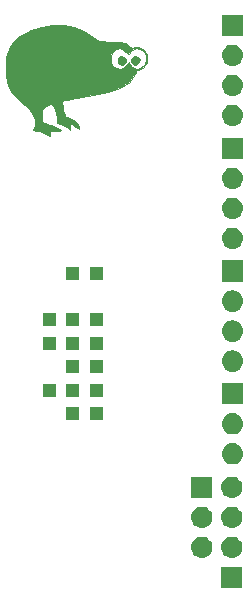
<source format=gbr>
G04 #@! TF.GenerationSoftware,KiCad,Pcbnew,(5.1.2)-2*
G04 #@! TF.CreationDate,2019-07-21T14:50:26+02:00*
G04 #@! TF.ProjectId,ATM32U4_backpack,41544d33-3255-4345-9f62-61636b706163,rev?*
G04 #@! TF.SameCoordinates,Original*
G04 #@! TF.FileFunction,Soldermask,Bot*
G04 #@! TF.FilePolarity,Negative*
%FSLAX46Y46*%
G04 Gerber Fmt 4.6, Leading zero omitted, Abs format (unit mm)*
G04 Created by KiCad (PCBNEW (5.1.2)-2) date 2019-07-21 14:50:26*
%MOMM*%
%LPD*%
G04 APERTURE LIST*
%ADD10C,0.010000*%
%ADD11C,0.100000*%
G04 APERTURE END LIST*
D10*
G36*
X36812081Y-71512640D02*
G01*
X35866183Y-71825473D01*
X35582103Y-71950277D01*
X34938274Y-72313902D01*
X34436729Y-72747037D01*
X34058545Y-73267376D01*
X33950895Y-73475333D01*
X33857421Y-73687867D01*
X33794816Y-73883714D01*
X33757001Y-74105008D01*
X33737894Y-74393888D01*
X33731417Y-74792488D01*
X33731000Y-74999333D01*
X33743245Y-75590491D01*
X33790667Y-76075422D01*
X33889295Y-76485255D01*
X34055156Y-76851121D01*
X34304281Y-77204150D01*
X34652699Y-77575471D01*
X35116437Y-77996215D01*
X35397282Y-78235456D01*
X35675640Y-78501906D01*
X35916008Y-78788996D01*
X36050630Y-79003020D01*
X36176806Y-79351007D01*
X36223085Y-79680932D01*
X36187282Y-79946732D01*
X36101667Y-80079333D01*
X35985386Y-80217107D01*
X36029727Y-80302538D01*
X36233759Y-80334024D01*
X36249833Y-80334160D01*
X36482875Y-80370896D01*
X36782378Y-80464176D01*
X36969500Y-80541932D01*
X37414000Y-80748876D01*
X37414000Y-80529447D01*
X37422154Y-80405307D01*
X37474077Y-80346079D01*
X37610963Y-80337194D01*
X37874002Y-80364083D01*
X37879667Y-80364749D01*
X38185494Y-80382497D01*
X38338396Y-80350446D01*
X38344759Y-80276196D01*
X38210964Y-80167347D01*
X37943398Y-80031499D01*
X37548443Y-79876252D01*
X37436669Y-79837379D01*
X36779000Y-79613666D01*
X36753731Y-79082089D01*
X36746429Y-78781290D01*
X36772045Y-78588641D01*
X36848374Y-78443637D01*
X36985753Y-78293221D01*
X37253068Y-78102804D01*
X37500460Y-78070999D01*
X37715812Y-78187266D01*
X37887008Y-78441062D01*
X38001929Y-78821848D01*
X38045395Y-79215035D01*
X38066800Y-79698333D01*
X38391802Y-79751171D01*
X38737841Y-79885425D01*
X38911648Y-80047504D01*
X39106492Y-80291000D01*
X39106913Y-80010127D01*
X39120114Y-79822971D01*
X39181632Y-79764741D01*
X39297833Y-79787025D01*
X39502793Y-79887971D01*
X39678833Y-80019156D01*
X39869333Y-80193517D01*
X39869333Y-80015921D01*
X39792981Y-79766871D01*
X39591163Y-79525469D01*
X39304735Y-79331145D01*
X39067577Y-79242147D01*
X38885863Y-79193428D01*
X38764624Y-79134764D01*
X38684353Y-79032372D01*
X38625540Y-78852469D01*
X38568676Y-78561271D01*
X38524406Y-78301541D01*
X38487918Y-77986404D01*
X38507293Y-77811178D01*
X38528699Y-77784660D01*
X38634890Y-77754500D01*
X38880513Y-77701391D01*
X39238060Y-77630762D01*
X39680024Y-77548042D01*
X40178898Y-77458660D01*
X40193117Y-77456167D01*
X41135837Y-77281097D01*
X41927053Y-77111267D01*
X42584263Y-76941284D01*
X43124961Y-76765755D01*
X43566645Y-76579289D01*
X43926810Y-76376494D01*
X44102667Y-76251269D01*
X44298961Y-76055169D01*
X44487785Y-75796924D01*
X44632019Y-75535106D01*
X44694540Y-75328285D01*
X44694900Y-75316833D01*
X44756784Y-75198638D01*
X44915467Y-75168666D01*
X45146367Y-75095691D01*
X45413063Y-74890870D01*
X45434037Y-74870230D01*
X45609949Y-74679764D01*
X45691494Y-74521632D01*
X45704413Y-74330024D01*
X45597187Y-74330024D01*
X45496292Y-74633192D01*
X45310837Y-74872767D01*
X45069574Y-75026685D01*
X44801252Y-75072883D01*
X44534623Y-74989295D01*
X44407659Y-74888689D01*
X44252999Y-74714080D01*
X44157508Y-74571189D01*
X44102415Y-74491335D01*
X44047826Y-74571189D01*
X43870052Y-74821103D01*
X43618274Y-75007797D01*
X43356995Y-75083919D01*
X43349237Y-75084000D01*
X43043607Y-75012585D01*
X42811692Y-74823742D01*
X42660248Y-74555575D01*
X42596026Y-74246186D01*
X42625780Y-73933679D01*
X42756263Y-73656155D01*
X42994229Y-73451719D01*
X43054869Y-73423141D01*
X43376120Y-73357522D01*
X43665173Y-73450749D01*
X43933704Y-73701843D01*
X44075884Y-73844384D01*
X44157015Y-73848853D01*
X44163167Y-73836299D01*
X44337970Y-73569682D01*
X44609691Y-73382756D01*
X44743423Y-73341087D01*
X45013700Y-73366958D01*
X45278915Y-73517878D01*
X45489138Y-73755613D01*
X45584772Y-73985328D01*
X45597187Y-74330024D01*
X45704413Y-74330024D01*
X45705088Y-74320027D01*
X45690448Y-74134425D01*
X45639910Y-73832176D01*
X45536931Y-73622132D01*
X45382209Y-73459195D01*
X45152173Y-73312143D01*
X44891512Y-73228325D01*
X44654943Y-73217069D01*
X44497185Y-73287708D01*
X44483677Y-73305982D01*
X44393683Y-73307174D01*
X44218465Y-73211292D01*
X44089159Y-73115482D01*
X43942416Y-73001958D01*
X43810832Y-72923600D01*
X43658119Y-72872300D01*
X43447985Y-72839947D01*
X43144140Y-72818432D01*
X42710294Y-72799645D01*
X42668435Y-72798000D01*
X41589913Y-72755666D01*
X41131790Y-72405289D01*
X40342518Y-71900826D01*
X39509902Y-71558836D01*
X38639951Y-71379814D01*
X37738674Y-71364251D01*
X36812081Y-71512640D01*
X36812081Y-71512640D01*
G37*
X36812081Y-71512640D02*
X35866183Y-71825473D01*
X35582103Y-71950277D01*
X34938274Y-72313902D01*
X34436729Y-72747037D01*
X34058545Y-73267376D01*
X33950895Y-73475333D01*
X33857421Y-73687867D01*
X33794816Y-73883714D01*
X33757001Y-74105008D01*
X33737894Y-74393888D01*
X33731417Y-74792488D01*
X33731000Y-74999333D01*
X33743245Y-75590491D01*
X33790667Y-76075422D01*
X33889295Y-76485255D01*
X34055156Y-76851121D01*
X34304281Y-77204150D01*
X34652699Y-77575471D01*
X35116437Y-77996215D01*
X35397282Y-78235456D01*
X35675640Y-78501906D01*
X35916008Y-78788996D01*
X36050630Y-79003020D01*
X36176806Y-79351007D01*
X36223085Y-79680932D01*
X36187282Y-79946732D01*
X36101667Y-80079333D01*
X35985386Y-80217107D01*
X36029727Y-80302538D01*
X36233759Y-80334024D01*
X36249833Y-80334160D01*
X36482875Y-80370896D01*
X36782378Y-80464176D01*
X36969500Y-80541932D01*
X37414000Y-80748876D01*
X37414000Y-80529447D01*
X37422154Y-80405307D01*
X37474077Y-80346079D01*
X37610963Y-80337194D01*
X37874002Y-80364083D01*
X37879667Y-80364749D01*
X38185494Y-80382497D01*
X38338396Y-80350446D01*
X38344759Y-80276196D01*
X38210964Y-80167347D01*
X37943398Y-80031499D01*
X37548443Y-79876252D01*
X37436669Y-79837379D01*
X36779000Y-79613666D01*
X36753731Y-79082089D01*
X36746429Y-78781290D01*
X36772045Y-78588641D01*
X36848374Y-78443637D01*
X36985753Y-78293221D01*
X37253068Y-78102804D01*
X37500460Y-78070999D01*
X37715812Y-78187266D01*
X37887008Y-78441062D01*
X38001929Y-78821848D01*
X38045395Y-79215035D01*
X38066800Y-79698333D01*
X38391802Y-79751171D01*
X38737841Y-79885425D01*
X38911648Y-80047504D01*
X39106492Y-80291000D01*
X39106913Y-80010127D01*
X39120114Y-79822971D01*
X39181632Y-79764741D01*
X39297833Y-79787025D01*
X39502793Y-79887971D01*
X39678833Y-80019156D01*
X39869333Y-80193517D01*
X39869333Y-80015921D01*
X39792981Y-79766871D01*
X39591163Y-79525469D01*
X39304735Y-79331145D01*
X39067577Y-79242147D01*
X38885863Y-79193428D01*
X38764624Y-79134764D01*
X38684353Y-79032372D01*
X38625540Y-78852469D01*
X38568676Y-78561271D01*
X38524406Y-78301541D01*
X38487918Y-77986404D01*
X38507293Y-77811178D01*
X38528699Y-77784660D01*
X38634890Y-77754500D01*
X38880513Y-77701391D01*
X39238060Y-77630762D01*
X39680024Y-77548042D01*
X40178898Y-77458660D01*
X40193117Y-77456167D01*
X41135837Y-77281097D01*
X41927053Y-77111267D01*
X42584263Y-76941284D01*
X43124961Y-76765755D01*
X43566645Y-76579289D01*
X43926810Y-76376494D01*
X44102667Y-76251269D01*
X44298961Y-76055169D01*
X44487785Y-75796924D01*
X44632019Y-75535106D01*
X44694540Y-75328285D01*
X44694900Y-75316833D01*
X44756784Y-75198638D01*
X44915467Y-75168666D01*
X45146367Y-75095691D01*
X45413063Y-74890870D01*
X45434037Y-74870230D01*
X45609949Y-74679764D01*
X45691494Y-74521632D01*
X45704413Y-74330024D01*
X45597187Y-74330024D01*
X45496292Y-74633192D01*
X45310837Y-74872767D01*
X45069574Y-75026685D01*
X44801252Y-75072883D01*
X44534623Y-74989295D01*
X44407659Y-74888689D01*
X44252999Y-74714080D01*
X44157508Y-74571189D01*
X44102415Y-74491335D01*
X44047826Y-74571189D01*
X43870052Y-74821103D01*
X43618274Y-75007797D01*
X43356995Y-75083919D01*
X43349237Y-75084000D01*
X43043607Y-75012585D01*
X42811692Y-74823742D01*
X42660248Y-74555575D01*
X42596026Y-74246186D01*
X42625780Y-73933679D01*
X42756263Y-73656155D01*
X42994229Y-73451719D01*
X43054869Y-73423141D01*
X43376120Y-73357522D01*
X43665173Y-73450749D01*
X43933704Y-73701843D01*
X44075884Y-73844384D01*
X44157015Y-73848853D01*
X44163167Y-73836299D01*
X44337970Y-73569682D01*
X44609691Y-73382756D01*
X44743423Y-73341087D01*
X45013700Y-73366958D01*
X45278915Y-73517878D01*
X45489138Y-73755613D01*
X45584772Y-73985328D01*
X45597187Y-74330024D01*
X45704413Y-74330024D01*
X45705088Y-74320027D01*
X45690448Y-74134425D01*
X45639910Y-73832176D01*
X45536931Y-73622132D01*
X45382209Y-73459195D01*
X45152173Y-73312143D01*
X44891512Y-73228325D01*
X44654943Y-73217069D01*
X44497185Y-73287708D01*
X44483677Y-73305982D01*
X44393683Y-73307174D01*
X44218465Y-73211292D01*
X44089159Y-73115482D01*
X43942416Y-73001958D01*
X43810832Y-72923600D01*
X43658119Y-72872300D01*
X43447985Y-72839947D01*
X43144140Y-72818432D01*
X42710294Y-72799645D01*
X42668435Y-72798000D01*
X41589913Y-72755666D01*
X41131790Y-72405289D01*
X40342518Y-71900826D01*
X39509902Y-71558836D01*
X38639951Y-71379814D01*
X37738674Y-71364251D01*
X36812081Y-71512640D01*
G36*
X44518523Y-74046842D02*
G01*
X44367994Y-74190593D01*
X44277302Y-74344418D01*
X44272000Y-74379044D01*
X44335490Y-74506230D01*
X44478999Y-74647052D01*
X44632091Y-74737457D01*
X44674786Y-74745333D01*
X44804510Y-74690710D01*
X44900953Y-74612285D01*
X45008906Y-74456386D01*
X45034000Y-74364333D01*
X44968279Y-74200494D01*
X44819133Y-74049034D01*
X44660075Y-73983333D01*
X44518523Y-74046842D01*
X44518523Y-74046842D01*
G37*
X44518523Y-74046842D02*
X44367994Y-74190593D01*
X44277302Y-74344418D01*
X44272000Y-74379044D01*
X44335490Y-74506230D01*
X44478999Y-74647052D01*
X44632091Y-74737457D01*
X44674786Y-74745333D01*
X44804510Y-74690710D01*
X44900953Y-74612285D01*
X45008906Y-74456386D01*
X45034000Y-74364333D01*
X44968279Y-74200494D01*
X44819133Y-74049034D01*
X44660075Y-73983333D01*
X44518523Y-74046842D01*
G36*
X43393852Y-74035709D02*
G01*
X43242325Y-74185617D01*
X43204409Y-74286409D01*
X43209965Y-74524006D01*
X43330403Y-74683970D01*
X43519581Y-74741067D01*
X43731360Y-74670063D01*
X43800286Y-74612285D01*
X43912314Y-74468433D01*
X43905969Y-74335259D01*
X43779911Y-74151290D01*
X43590351Y-74020204D01*
X43393852Y-74035709D01*
X43393852Y-74035709D01*
G37*
X43393852Y-74035709D02*
X43242325Y-74185617D01*
X43204409Y-74286409D01*
X43209965Y-74524006D01*
X43330403Y-74683970D01*
X43519581Y-74741067D01*
X43731360Y-74670063D01*
X43800286Y-74612285D01*
X43912314Y-74468433D01*
X43905969Y-74335259D01*
X43779911Y-74151290D01*
X43590351Y-74020204D01*
X43393852Y-74035709D01*
D11*
G36*
X53741000Y-119041000D02*
G01*
X51939000Y-119041000D01*
X51939000Y-117239000D01*
X53741000Y-117239000D01*
X53741000Y-119041000D01*
X53741000Y-119041000D01*
G37*
G36*
X52950442Y-114685518D02*
G01*
X53016627Y-114692037D01*
X53186466Y-114743557D01*
X53342991Y-114827222D01*
X53378729Y-114856552D01*
X53480186Y-114939814D01*
X53563448Y-115041271D01*
X53592778Y-115077009D01*
X53676443Y-115233534D01*
X53727963Y-115403373D01*
X53745359Y-115580000D01*
X53727963Y-115756627D01*
X53676443Y-115926466D01*
X53592778Y-116082991D01*
X53563448Y-116118729D01*
X53480186Y-116220186D01*
X53378729Y-116303448D01*
X53342991Y-116332778D01*
X53186466Y-116416443D01*
X53016627Y-116467963D01*
X52950442Y-116474482D01*
X52884260Y-116481000D01*
X52795740Y-116481000D01*
X52729558Y-116474482D01*
X52663373Y-116467963D01*
X52493534Y-116416443D01*
X52337009Y-116332778D01*
X52301271Y-116303448D01*
X52199814Y-116220186D01*
X52116552Y-116118729D01*
X52087222Y-116082991D01*
X52003557Y-115926466D01*
X51952037Y-115756627D01*
X51934641Y-115580000D01*
X51952037Y-115403373D01*
X52003557Y-115233534D01*
X52087222Y-115077009D01*
X52116552Y-115041271D01*
X52199814Y-114939814D01*
X52301271Y-114856552D01*
X52337009Y-114827222D01*
X52493534Y-114743557D01*
X52663373Y-114692037D01*
X52729558Y-114685518D01*
X52795740Y-114679000D01*
X52884260Y-114679000D01*
X52950442Y-114685518D01*
X52950442Y-114685518D01*
G37*
G36*
X50410442Y-114685518D02*
G01*
X50476627Y-114692037D01*
X50646466Y-114743557D01*
X50802991Y-114827222D01*
X50838729Y-114856552D01*
X50940186Y-114939814D01*
X51023448Y-115041271D01*
X51052778Y-115077009D01*
X51136443Y-115233534D01*
X51187963Y-115403373D01*
X51205359Y-115580000D01*
X51187963Y-115756627D01*
X51136443Y-115926466D01*
X51052778Y-116082991D01*
X51023448Y-116118729D01*
X50940186Y-116220186D01*
X50838729Y-116303448D01*
X50802991Y-116332778D01*
X50646466Y-116416443D01*
X50476627Y-116467963D01*
X50410442Y-116474482D01*
X50344260Y-116481000D01*
X50255740Y-116481000D01*
X50189558Y-116474482D01*
X50123373Y-116467963D01*
X49953534Y-116416443D01*
X49797009Y-116332778D01*
X49761271Y-116303448D01*
X49659814Y-116220186D01*
X49576552Y-116118729D01*
X49547222Y-116082991D01*
X49463557Y-115926466D01*
X49412037Y-115756627D01*
X49394641Y-115580000D01*
X49412037Y-115403373D01*
X49463557Y-115233534D01*
X49547222Y-115077009D01*
X49576552Y-115041271D01*
X49659814Y-114939814D01*
X49761271Y-114856552D01*
X49797009Y-114827222D01*
X49953534Y-114743557D01*
X50123373Y-114692037D01*
X50189558Y-114685518D01*
X50255740Y-114679000D01*
X50344260Y-114679000D01*
X50410442Y-114685518D01*
X50410442Y-114685518D01*
G37*
G36*
X52950443Y-112145519D02*
G01*
X53016627Y-112152037D01*
X53186466Y-112203557D01*
X53342991Y-112287222D01*
X53378729Y-112316552D01*
X53480186Y-112399814D01*
X53563448Y-112501271D01*
X53592778Y-112537009D01*
X53676443Y-112693534D01*
X53727963Y-112863373D01*
X53745359Y-113040000D01*
X53727963Y-113216627D01*
X53676443Y-113386466D01*
X53592778Y-113542991D01*
X53563448Y-113578729D01*
X53480186Y-113680186D01*
X53378729Y-113763448D01*
X53342991Y-113792778D01*
X53186466Y-113876443D01*
X53016627Y-113927963D01*
X52950442Y-113934482D01*
X52884260Y-113941000D01*
X52795740Y-113941000D01*
X52729558Y-113934482D01*
X52663373Y-113927963D01*
X52493534Y-113876443D01*
X52337009Y-113792778D01*
X52301271Y-113763448D01*
X52199814Y-113680186D01*
X52116552Y-113578729D01*
X52087222Y-113542991D01*
X52003557Y-113386466D01*
X51952037Y-113216627D01*
X51934641Y-113040000D01*
X51952037Y-112863373D01*
X52003557Y-112693534D01*
X52087222Y-112537009D01*
X52116552Y-112501271D01*
X52199814Y-112399814D01*
X52301271Y-112316552D01*
X52337009Y-112287222D01*
X52493534Y-112203557D01*
X52663373Y-112152037D01*
X52729557Y-112145519D01*
X52795740Y-112139000D01*
X52884260Y-112139000D01*
X52950443Y-112145519D01*
X52950443Y-112145519D01*
G37*
G36*
X50410443Y-112145519D02*
G01*
X50476627Y-112152037D01*
X50646466Y-112203557D01*
X50802991Y-112287222D01*
X50838729Y-112316552D01*
X50940186Y-112399814D01*
X51023448Y-112501271D01*
X51052778Y-112537009D01*
X51136443Y-112693534D01*
X51187963Y-112863373D01*
X51205359Y-113040000D01*
X51187963Y-113216627D01*
X51136443Y-113386466D01*
X51052778Y-113542991D01*
X51023448Y-113578729D01*
X50940186Y-113680186D01*
X50838729Y-113763448D01*
X50802991Y-113792778D01*
X50646466Y-113876443D01*
X50476627Y-113927963D01*
X50410442Y-113934482D01*
X50344260Y-113941000D01*
X50255740Y-113941000D01*
X50189558Y-113934482D01*
X50123373Y-113927963D01*
X49953534Y-113876443D01*
X49797009Y-113792778D01*
X49761271Y-113763448D01*
X49659814Y-113680186D01*
X49576552Y-113578729D01*
X49547222Y-113542991D01*
X49463557Y-113386466D01*
X49412037Y-113216627D01*
X49394641Y-113040000D01*
X49412037Y-112863373D01*
X49463557Y-112693534D01*
X49547222Y-112537009D01*
X49576552Y-112501271D01*
X49659814Y-112399814D01*
X49761271Y-112316552D01*
X49797009Y-112287222D01*
X49953534Y-112203557D01*
X50123373Y-112152037D01*
X50189557Y-112145519D01*
X50255740Y-112139000D01*
X50344260Y-112139000D01*
X50410443Y-112145519D01*
X50410443Y-112145519D01*
G37*
G36*
X51201000Y-111401000D02*
G01*
X49399000Y-111401000D01*
X49399000Y-109599000D01*
X51201000Y-109599000D01*
X51201000Y-111401000D01*
X51201000Y-111401000D01*
G37*
G36*
X52950442Y-109605518D02*
G01*
X53016627Y-109612037D01*
X53186466Y-109663557D01*
X53342991Y-109747222D01*
X53378729Y-109776552D01*
X53480186Y-109859814D01*
X53563448Y-109961271D01*
X53592778Y-109997009D01*
X53676443Y-110153534D01*
X53727963Y-110323373D01*
X53745359Y-110500000D01*
X53727963Y-110676627D01*
X53676443Y-110846466D01*
X53592778Y-111002991D01*
X53563448Y-111038729D01*
X53480186Y-111140186D01*
X53378729Y-111223448D01*
X53342991Y-111252778D01*
X53186466Y-111336443D01*
X53016627Y-111387963D01*
X52950443Y-111394481D01*
X52884260Y-111401000D01*
X52795740Y-111401000D01*
X52729557Y-111394481D01*
X52663373Y-111387963D01*
X52493534Y-111336443D01*
X52337009Y-111252778D01*
X52301271Y-111223448D01*
X52199814Y-111140186D01*
X52116552Y-111038729D01*
X52087222Y-111002991D01*
X52003557Y-110846466D01*
X51952037Y-110676627D01*
X51934641Y-110500000D01*
X51952037Y-110323373D01*
X52003557Y-110153534D01*
X52087222Y-109997009D01*
X52116552Y-109961271D01*
X52199814Y-109859814D01*
X52301271Y-109776552D01*
X52337009Y-109747222D01*
X52493534Y-109663557D01*
X52663373Y-109612037D01*
X52729558Y-109605518D01*
X52795740Y-109599000D01*
X52884260Y-109599000D01*
X52950442Y-109605518D01*
X52950442Y-109605518D01*
G37*
G36*
X53010443Y-106785519D02*
G01*
X53076627Y-106792037D01*
X53246466Y-106843557D01*
X53402991Y-106927222D01*
X53438729Y-106956552D01*
X53540186Y-107039814D01*
X53623448Y-107141271D01*
X53652778Y-107177009D01*
X53736443Y-107333534D01*
X53787963Y-107503373D01*
X53805359Y-107680000D01*
X53787963Y-107856627D01*
X53736443Y-108026466D01*
X53652778Y-108182991D01*
X53623448Y-108218729D01*
X53540186Y-108320186D01*
X53438729Y-108403448D01*
X53402991Y-108432778D01*
X53246466Y-108516443D01*
X53076627Y-108567963D01*
X53010442Y-108574482D01*
X52944260Y-108581000D01*
X52855740Y-108581000D01*
X52789558Y-108574482D01*
X52723373Y-108567963D01*
X52553534Y-108516443D01*
X52397009Y-108432778D01*
X52361271Y-108403448D01*
X52259814Y-108320186D01*
X52176552Y-108218729D01*
X52147222Y-108182991D01*
X52063557Y-108026466D01*
X52012037Y-107856627D01*
X51994641Y-107680000D01*
X52012037Y-107503373D01*
X52063557Y-107333534D01*
X52147222Y-107177009D01*
X52176552Y-107141271D01*
X52259814Y-107039814D01*
X52361271Y-106956552D01*
X52397009Y-106927222D01*
X52553534Y-106843557D01*
X52723373Y-106792037D01*
X52789557Y-106785519D01*
X52855740Y-106779000D01*
X52944260Y-106779000D01*
X53010443Y-106785519D01*
X53010443Y-106785519D01*
G37*
G36*
X53010443Y-104245519D02*
G01*
X53076627Y-104252037D01*
X53246466Y-104303557D01*
X53402991Y-104387222D01*
X53438729Y-104416552D01*
X53540186Y-104499814D01*
X53623448Y-104601271D01*
X53652778Y-104637009D01*
X53736443Y-104793534D01*
X53787963Y-104963373D01*
X53805359Y-105140000D01*
X53787963Y-105316627D01*
X53736443Y-105486466D01*
X53652778Y-105642991D01*
X53623448Y-105678729D01*
X53540186Y-105780186D01*
X53438729Y-105863448D01*
X53402991Y-105892778D01*
X53246466Y-105976443D01*
X53076627Y-106027963D01*
X53010443Y-106034481D01*
X52944260Y-106041000D01*
X52855740Y-106041000D01*
X52789557Y-106034481D01*
X52723373Y-106027963D01*
X52553534Y-105976443D01*
X52397009Y-105892778D01*
X52361271Y-105863448D01*
X52259814Y-105780186D01*
X52176552Y-105678729D01*
X52147222Y-105642991D01*
X52063557Y-105486466D01*
X52012037Y-105316627D01*
X51994641Y-105140000D01*
X52012037Y-104963373D01*
X52063557Y-104793534D01*
X52147222Y-104637009D01*
X52176552Y-104601271D01*
X52259814Y-104499814D01*
X52361271Y-104416552D01*
X52397009Y-104387222D01*
X52553534Y-104303557D01*
X52723373Y-104252037D01*
X52789558Y-104245518D01*
X52855740Y-104239000D01*
X52944260Y-104239000D01*
X53010443Y-104245519D01*
X53010443Y-104245519D01*
G37*
G36*
X39951000Y-104851000D02*
G01*
X38849000Y-104851000D01*
X38849000Y-103749000D01*
X39951000Y-103749000D01*
X39951000Y-104851000D01*
X39951000Y-104851000D01*
G37*
G36*
X41951000Y-104851000D02*
G01*
X40849000Y-104851000D01*
X40849000Y-103749000D01*
X41951000Y-103749000D01*
X41951000Y-104851000D01*
X41951000Y-104851000D01*
G37*
G36*
X53801000Y-103501000D02*
G01*
X51999000Y-103501000D01*
X51999000Y-101699000D01*
X53801000Y-101699000D01*
X53801000Y-103501000D01*
X53801000Y-103501000D01*
G37*
G36*
X37951000Y-102851000D02*
G01*
X36849000Y-102851000D01*
X36849000Y-101749000D01*
X37951000Y-101749000D01*
X37951000Y-102851000D01*
X37951000Y-102851000D01*
G37*
G36*
X39951000Y-102851000D02*
G01*
X38849000Y-102851000D01*
X38849000Y-101749000D01*
X39951000Y-101749000D01*
X39951000Y-102851000D01*
X39951000Y-102851000D01*
G37*
G36*
X41951000Y-102851000D02*
G01*
X40849000Y-102851000D01*
X40849000Y-101749000D01*
X41951000Y-101749000D01*
X41951000Y-102851000D01*
X41951000Y-102851000D01*
G37*
G36*
X41951000Y-100851000D02*
G01*
X40849000Y-100851000D01*
X40849000Y-99749000D01*
X41951000Y-99749000D01*
X41951000Y-100851000D01*
X41951000Y-100851000D01*
G37*
G36*
X39951000Y-100851000D02*
G01*
X38849000Y-100851000D01*
X38849000Y-99749000D01*
X39951000Y-99749000D01*
X39951000Y-100851000D01*
X39951000Y-100851000D01*
G37*
G36*
X53010443Y-98925519D02*
G01*
X53076627Y-98932037D01*
X53246466Y-98983557D01*
X53402991Y-99067222D01*
X53438729Y-99096552D01*
X53540186Y-99179814D01*
X53623448Y-99281271D01*
X53652778Y-99317009D01*
X53736443Y-99473534D01*
X53787963Y-99643373D01*
X53805359Y-99820000D01*
X53787963Y-99996627D01*
X53736443Y-100166466D01*
X53652778Y-100322991D01*
X53623448Y-100358729D01*
X53540186Y-100460186D01*
X53438729Y-100543448D01*
X53402991Y-100572778D01*
X53246466Y-100656443D01*
X53076627Y-100707963D01*
X53010443Y-100714481D01*
X52944260Y-100721000D01*
X52855740Y-100721000D01*
X52789558Y-100714482D01*
X52723373Y-100707963D01*
X52553534Y-100656443D01*
X52397009Y-100572778D01*
X52361271Y-100543448D01*
X52259814Y-100460186D01*
X52176552Y-100358729D01*
X52147222Y-100322991D01*
X52063557Y-100166466D01*
X52012037Y-99996627D01*
X51994641Y-99820000D01*
X52012037Y-99643373D01*
X52063557Y-99473534D01*
X52147222Y-99317009D01*
X52176552Y-99281271D01*
X52259814Y-99179814D01*
X52361271Y-99096552D01*
X52397009Y-99067222D01*
X52553534Y-98983557D01*
X52723373Y-98932037D01*
X52789557Y-98925519D01*
X52855740Y-98919000D01*
X52944260Y-98919000D01*
X53010443Y-98925519D01*
X53010443Y-98925519D01*
G37*
G36*
X39951000Y-98851000D02*
G01*
X38849000Y-98851000D01*
X38849000Y-97749000D01*
X39951000Y-97749000D01*
X39951000Y-98851000D01*
X39951000Y-98851000D01*
G37*
G36*
X37951000Y-98851000D02*
G01*
X36849000Y-98851000D01*
X36849000Y-97749000D01*
X37951000Y-97749000D01*
X37951000Y-98851000D01*
X37951000Y-98851000D01*
G37*
G36*
X41951000Y-98851000D02*
G01*
X40849000Y-98851000D01*
X40849000Y-97749000D01*
X41951000Y-97749000D01*
X41951000Y-98851000D01*
X41951000Y-98851000D01*
G37*
G36*
X53010442Y-96385518D02*
G01*
X53076627Y-96392037D01*
X53246466Y-96443557D01*
X53402991Y-96527222D01*
X53438729Y-96556552D01*
X53540186Y-96639814D01*
X53623448Y-96741271D01*
X53652778Y-96777009D01*
X53736443Y-96933534D01*
X53787963Y-97103373D01*
X53805359Y-97280000D01*
X53787963Y-97456627D01*
X53736443Y-97626466D01*
X53652778Y-97782991D01*
X53623448Y-97818729D01*
X53540186Y-97920186D01*
X53438729Y-98003448D01*
X53402991Y-98032778D01*
X53246466Y-98116443D01*
X53076627Y-98167963D01*
X53010442Y-98174482D01*
X52944260Y-98181000D01*
X52855740Y-98181000D01*
X52789558Y-98174482D01*
X52723373Y-98167963D01*
X52553534Y-98116443D01*
X52397009Y-98032778D01*
X52361271Y-98003448D01*
X52259814Y-97920186D01*
X52176552Y-97818729D01*
X52147222Y-97782991D01*
X52063557Y-97626466D01*
X52012037Y-97456627D01*
X51994641Y-97280000D01*
X52012037Y-97103373D01*
X52063557Y-96933534D01*
X52147222Y-96777009D01*
X52176552Y-96741271D01*
X52259814Y-96639814D01*
X52361271Y-96556552D01*
X52397009Y-96527222D01*
X52553534Y-96443557D01*
X52723373Y-96392037D01*
X52789558Y-96385518D01*
X52855740Y-96379000D01*
X52944260Y-96379000D01*
X53010442Y-96385518D01*
X53010442Y-96385518D01*
G37*
G36*
X41951000Y-96851000D02*
G01*
X40849000Y-96851000D01*
X40849000Y-95749000D01*
X41951000Y-95749000D01*
X41951000Y-96851000D01*
X41951000Y-96851000D01*
G37*
G36*
X39951000Y-96851000D02*
G01*
X38849000Y-96851000D01*
X38849000Y-95749000D01*
X39951000Y-95749000D01*
X39951000Y-96851000D01*
X39951000Y-96851000D01*
G37*
G36*
X37951000Y-96851000D02*
G01*
X36849000Y-96851000D01*
X36849000Y-95749000D01*
X37951000Y-95749000D01*
X37951000Y-96851000D01*
X37951000Y-96851000D01*
G37*
G36*
X53010442Y-93845518D02*
G01*
X53076627Y-93852037D01*
X53246466Y-93903557D01*
X53402991Y-93987222D01*
X53438729Y-94016552D01*
X53540186Y-94099814D01*
X53623448Y-94201271D01*
X53652778Y-94237009D01*
X53736443Y-94393534D01*
X53787963Y-94563373D01*
X53805359Y-94740000D01*
X53787963Y-94916627D01*
X53736443Y-95086466D01*
X53652778Y-95242991D01*
X53623448Y-95278729D01*
X53540186Y-95380186D01*
X53438729Y-95463448D01*
X53402991Y-95492778D01*
X53246466Y-95576443D01*
X53076627Y-95627963D01*
X53010442Y-95634482D01*
X52944260Y-95641000D01*
X52855740Y-95641000D01*
X52789558Y-95634482D01*
X52723373Y-95627963D01*
X52553534Y-95576443D01*
X52397009Y-95492778D01*
X52361271Y-95463448D01*
X52259814Y-95380186D01*
X52176552Y-95278729D01*
X52147222Y-95242991D01*
X52063557Y-95086466D01*
X52012037Y-94916627D01*
X51994641Y-94740000D01*
X52012037Y-94563373D01*
X52063557Y-94393534D01*
X52147222Y-94237009D01*
X52176552Y-94201271D01*
X52259814Y-94099814D01*
X52361271Y-94016552D01*
X52397009Y-93987222D01*
X52553534Y-93903557D01*
X52723373Y-93852037D01*
X52789558Y-93845518D01*
X52855740Y-93839000D01*
X52944260Y-93839000D01*
X53010442Y-93845518D01*
X53010442Y-93845518D01*
G37*
G36*
X53801000Y-93101000D02*
G01*
X51999000Y-93101000D01*
X51999000Y-91299000D01*
X53801000Y-91299000D01*
X53801000Y-93101000D01*
X53801000Y-93101000D01*
G37*
G36*
X41951000Y-92951000D02*
G01*
X40849000Y-92951000D01*
X40849000Y-91849000D01*
X41951000Y-91849000D01*
X41951000Y-92951000D01*
X41951000Y-92951000D01*
G37*
G36*
X39951000Y-92951000D02*
G01*
X38849000Y-92951000D01*
X38849000Y-91849000D01*
X39951000Y-91849000D01*
X39951000Y-92951000D01*
X39951000Y-92951000D01*
G37*
G36*
X53010443Y-88525519D02*
G01*
X53076627Y-88532037D01*
X53246466Y-88583557D01*
X53402991Y-88667222D01*
X53438729Y-88696552D01*
X53540186Y-88779814D01*
X53623448Y-88881271D01*
X53652778Y-88917009D01*
X53736443Y-89073534D01*
X53787963Y-89243373D01*
X53805359Y-89420000D01*
X53787963Y-89596627D01*
X53736443Y-89766466D01*
X53652778Y-89922991D01*
X53623448Y-89958729D01*
X53540186Y-90060186D01*
X53438729Y-90143448D01*
X53402991Y-90172778D01*
X53246466Y-90256443D01*
X53076627Y-90307963D01*
X53010442Y-90314482D01*
X52944260Y-90321000D01*
X52855740Y-90321000D01*
X52789558Y-90314482D01*
X52723373Y-90307963D01*
X52553534Y-90256443D01*
X52397009Y-90172778D01*
X52361271Y-90143448D01*
X52259814Y-90060186D01*
X52176552Y-89958729D01*
X52147222Y-89922991D01*
X52063557Y-89766466D01*
X52012037Y-89596627D01*
X51994641Y-89420000D01*
X52012037Y-89243373D01*
X52063557Y-89073534D01*
X52147222Y-88917009D01*
X52176552Y-88881271D01*
X52259814Y-88779814D01*
X52361271Y-88696552D01*
X52397009Y-88667222D01*
X52553534Y-88583557D01*
X52723373Y-88532037D01*
X52789557Y-88525519D01*
X52855740Y-88519000D01*
X52944260Y-88519000D01*
X53010443Y-88525519D01*
X53010443Y-88525519D01*
G37*
G36*
X53010442Y-85985518D02*
G01*
X53076627Y-85992037D01*
X53246466Y-86043557D01*
X53402991Y-86127222D01*
X53438729Y-86156552D01*
X53540186Y-86239814D01*
X53623448Y-86341271D01*
X53652778Y-86377009D01*
X53736443Y-86533534D01*
X53787963Y-86703373D01*
X53805359Y-86880000D01*
X53787963Y-87056627D01*
X53736443Y-87226466D01*
X53652778Y-87382991D01*
X53623448Y-87418729D01*
X53540186Y-87520186D01*
X53438729Y-87603448D01*
X53402991Y-87632778D01*
X53246466Y-87716443D01*
X53076627Y-87767963D01*
X53010443Y-87774481D01*
X52944260Y-87781000D01*
X52855740Y-87781000D01*
X52789557Y-87774481D01*
X52723373Y-87767963D01*
X52553534Y-87716443D01*
X52397009Y-87632778D01*
X52361271Y-87603448D01*
X52259814Y-87520186D01*
X52176552Y-87418729D01*
X52147222Y-87382991D01*
X52063557Y-87226466D01*
X52012037Y-87056627D01*
X51994641Y-86880000D01*
X52012037Y-86703373D01*
X52063557Y-86533534D01*
X52147222Y-86377009D01*
X52176552Y-86341271D01*
X52259814Y-86239814D01*
X52361271Y-86156552D01*
X52397009Y-86127222D01*
X52553534Y-86043557D01*
X52723373Y-85992037D01*
X52789558Y-85985518D01*
X52855740Y-85979000D01*
X52944260Y-85979000D01*
X53010442Y-85985518D01*
X53010442Y-85985518D01*
G37*
G36*
X53010442Y-83445518D02*
G01*
X53076627Y-83452037D01*
X53246466Y-83503557D01*
X53402991Y-83587222D01*
X53438729Y-83616552D01*
X53540186Y-83699814D01*
X53623448Y-83801271D01*
X53652778Y-83837009D01*
X53736443Y-83993534D01*
X53787963Y-84163373D01*
X53805359Y-84340000D01*
X53787963Y-84516627D01*
X53736443Y-84686466D01*
X53652778Y-84842991D01*
X53623448Y-84878729D01*
X53540186Y-84980186D01*
X53438729Y-85063448D01*
X53402991Y-85092778D01*
X53246466Y-85176443D01*
X53076627Y-85227963D01*
X53010442Y-85234482D01*
X52944260Y-85241000D01*
X52855740Y-85241000D01*
X52789558Y-85234482D01*
X52723373Y-85227963D01*
X52553534Y-85176443D01*
X52397009Y-85092778D01*
X52361271Y-85063448D01*
X52259814Y-84980186D01*
X52176552Y-84878729D01*
X52147222Y-84842991D01*
X52063557Y-84686466D01*
X52012037Y-84516627D01*
X51994641Y-84340000D01*
X52012037Y-84163373D01*
X52063557Y-83993534D01*
X52147222Y-83837009D01*
X52176552Y-83801271D01*
X52259814Y-83699814D01*
X52361271Y-83616552D01*
X52397009Y-83587222D01*
X52553534Y-83503557D01*
X52723373Y-83452037D01*
X52789558Y-83445518D01*
X52855740Y-83439000D01*
X52944260Y-83439000D01*
X53010442Y-83445518D01*
X53010442Y-83445518D01*
G37*
G36*
X53801000Y-82701000D02*
G01*
X51999000Y-82701000D01*
X51999000Y-80899000D01*
X53801000Y-80899000D01*
X53801000Y-82701000D01*
X53801000Y-82701000D01*
G37*
G36*
X53010442Y-78125518D02*
G01*
X53076627Y-78132037D01*
X53246466Y-78183557D01*
X53402991Y-78267222D01*
X53438729Y-78296552D01*
X53540186Y-78379814D01*
X53623448Y-78481271D01*
X53652778Y-78517009D01*
X53736443Y-78673534D01*
X53787963Y-78843373D01*
X53805359Y-79020000D01*
X53787963Y-79196627D01*
X53736443Y-79366466D01*
X53652778Y-79522991D01*
X53623448Y-79558729D01*
X53540186Y-79660186D01*
X53438729Y-79743448D01*
X53402991Y-79772778D01*
X53246466Y-79856443D01*
X53076627Y-79907963D01*
X53010443Y-79914481D01*
X52944260Y-79921000D01*
X52855740Y-79921000D01*
X52789557Y-79914481D01*
X52723373Y-79907963D01*
X52553534Y-79856443D01*
X52397009Y-79772778D01*
X52361271Y-79743448D01*
X52259814Y-79660186D01*
X52176552Y-79558729D01*
X52147222Y-79522991D01*
X52063557Y-79366466D01*
X52012037Y-79196627D01*
X51994641Y-79020000D01*
X52012037Y-78843373D01*
X52063557Y-78673534D01*
X52147222Y-78517009D01*
X52176552Y-78481271D01*
X52259814Y-78379814D01*
X52361271Y-78296552D01*
X52397009Y-78267222D01*
X52553534Y-78183557D01*
X52723373Y-78132037D01*
X52789558Y-78125518D01*
X52855740Y-78119000D01*
X52944260Y-78119000D01*
X53010442Y-78125518D01*
X53010442Y-78125518D01*
G37*
G36*
X53010442Y-75585518D02*
G01*
X53076627Y-75592037D01*
X53246466Y-75643557D01*
X53402991Y-75727222D01*
X53438729Y-75756552D01*
X53540186Y-75839814D01*
X53623448Y-75941271D01*
X53652778Y-75977009D01*
X53736443Y-76133534D01*
X53787963Y-76303373D01*
X53805359Y-76480000D01*
X53787963Y-76656627D01*
X53736443Y-76826466D01*
X53652778Y-76982991D01*
X53623448Y-77018729D01*
X53540186Y-77120186D01*
X53438729Y-77203448D01*
X53402991Y-77232778D01*
X53246466Y-77316443D01*
X53076627Y-77367963D01*
X53010443Y-77374481D01*
X52944260Y-77381000D01*
X52855740Y-77381000D01*
X52789557Y-77374481D01*
X52723373Y-77367963D01*
X52553534Y-77316443D01*
X52397009Y-77232778D01*
X52361271Y-77203448D01*
X52259814Y-77120186D01*
X52176552Y-77018729D01*
X52147222Y-76982991D01*
X52063557Y-76826466D01*
X52012037Y-76656627D01*
X51994641Y-76480000D01*
X52012037Y-76303373D01*
X52063557Y-76133534D01*
X52147222Y-75977009D01*
X52176552Y-75941271D01*
X52259814Y-75839814D01*
X52361271Y-75756552D01*
X52397009Y-75727222D01*
X52553534Y-75643557D01*
X52723373Y-75592037D01*
X52789558Y-75585518D01*
X52855740Y-75579000D01*
X52944260Y-75579000D01*
X53010442Y-75585518D01*
X53010442Y-75585518D01*
G37*
G36*
X53010443Y-73045519D02*
G01*
X53076627Y-73052037D01*
X53246466Y-73103557D01*
X53402991Y-73187222D01*
X53438729Y-73216552D01*
X53540186Y-73299814D01*
X53623448Y-73401271D01*
X53652778Y-73437009D01*
X53736443Y-73593534D01*
X53787963Y-73763373D01*
X53805359Y-73940000D01*
X53787963Y-74116627D01*
X53736443Y-74286466D01*
X53652778Y-74442991D01*
X53623448Y-74478729D01*
X53540186Y-74580186D01*
X53438729Y-74663448D01*
X53402991Y-74692778D01*
X53246466Y-74776443D01*
X53076627Y-74827963D01*
X53010442Y-74834482D01*
X52944260Y-74841000D01*
X52855740Y-74841000D01*
X52789558Y-74834482D01*
X52723373Y-74827963D01*
X52553534Y-74776443D01*
X52397009Y-74692778D01*
X52361271Y-74663448D01*
X52259814Y-74580186D01*
X52176552Y-74478729D01*
X52147222Y-74442991D01*
X52063557Y-74286466D01*
X52012037Y-74116627D01*
X51994641Y-73940000D01*
X52012037Y-73763373D01*
X52063557Y-73593534D01*
X52147222Y-73437009D01*
X52176552Y-73401271D01*
X52259814Y-73299814D01*
X52361271Y-73216552D01*
X52397009Y-73187222D01*
X52553534Y-73103557D01*
X52723373Y-73052037D01*
X52789557Y-73045519D01*
X52855740Y-73039000D01*
X52944260Y-73039000D01*
X53010443Y-73045519D01*
X53010443Y-73045519D01*
G37*
G36*
X53801000Y-72301000D02*
G01*
X51999000Y-72301000D01*
X51999000Y-70499000D01*
X53801000Y-70499000D01*
X53801000Y-72301000D01*
X53801000Y-72301000D01*
G37*
M02*

</source>
